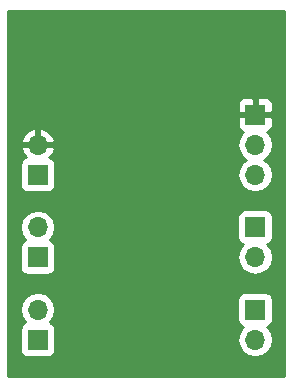
<source format=gbl>
G04 #@! TF.FileFunction,Copper,L2,Bot,Signal*
%FSLAX46Y46*%
G04 Gerber Fmt 4.6, Leading zero omitted, Abs format (unit mm)*
G04 Created by KiCad (PCBNEW 4.0.7) date 03/06/18 20:44:10*
%MOMM*%
%LPD*%
G01*
G04 APERTURE LIST*
%ADD10C,0.020000*%
%ADD11R,1.700000X1.700000*%
%ADD12O,1.700000X1.700000*%
%ADD13C,0.254000*%
G04 APERTURE END LIST*
D10*
D11*
X128270000Y-114935000D03*
D12*
X128270000Y-112395000D03*
D11*
X128270000Y-121920000D03*
D12*
X128270000Y-119380000D03*
D11*
X146685000Y-112395000D03*
D12*
X146685000Y-114935000D03*
D11*
X146685000Y-119380000D03*
D12*
X146685000Y-121920000D03*
D11*
X128270000Y-107950000D03*
D12*
X128270000Y-105410000D03*
D11*
X146685000Y-102870000D03*
D12*
X146685000Y-105410000D03*
X146685000Y-107950000D03*
D13*
G36*
X149150000Y-125020000D02*
X125805000Y-125020000D01*
X125805000Y-119380000D01*
X126755907Y-119380000D01*
X126868946Y-119948285D01*
X127190853Y-120430054D01*
X127232452Y-120457850D01*
X127184683Y-120466838D01*
X126968559Y-120605910D01*
X126823569Y-120818110D01*
X126772560Y-121070000D01*
X126772560Y-122770000D01*
X126816838Y-123005317D01*
X126955910Y-123221441D01*
X127168110Y-123366431D01*
X127420000Y-123417440D01*
X129120000Y-123417440D01*
X129355317Y-123373162D01*
X129571441Y-123234090D01*
X129716431Y-123021890D01*
X129767440Y-122770000D01*
X129767440Y-121920000D01*
X145170907Y-121920000D01*
X145283946Y-122488285D01*
X145605853Y-122970054D01*
X146087622Y-123291961D01*
X146655907Y-123405000D01*
X146714093Y-123405000D01*
X147282378Y-123291961D01*
X147764147Y-122970054D01*
X148086054Y-122488285D01*
X148199093Y-121920000D01*
X148086054Y-121351715D01*
X147764147Y-120869946D01*
X147722548Y-120842150D01*
X147770317Y-120833162D01*
X147986441Y-120694090D01*
X148131431Y-120481890D01*
X148182440Y-120230000D01*
X148182440Y-118530000D01*
X148138162Y-118294683D01*
X147999090Y-118078559D01*
X147786890Y-117933569D01*
X147535000Y-117882560D01*
X145835000Y-117882560D01*
X145599683Y-117926838D01*
X145383559Y-118065910D01*
X145238569Y-118278110D01*
X145187560Y-118530000D01*
X145187560Y-120230000D01*
X145231838Y-120465317D01*
X145370910Y-120681441D01*
X145583110Y-120826431D01*
X145650541Y-120840086D01*
X145605853Y-120869946D01*
X145283946Y-121351715D01*
X145170907Y-121920000D01*
X129767440Y-121920000D01*
X129767440Y-121070000D01*
X129723162Y-120834683D01*
X129584090Y-120618559D01*
X129371890Y-120473569D01*
X129304459Y-120459914D01*
X129349147Y-120430054D01*
X129671054Y-119948285D01*
X129784093Y-119380000D01*
X129671054Y-118811715D01*
X129349147Y-118329946D01*
X128867378Y-118008039D01*
X128299093Y-117895000D01*
X128240907Y-117895000D01*
X127672622Y-118008039D01*
X127190853Y-118329946D01*
X126868946Y-118811715D01*
X126755907Y-119380000D01*
X125805000Y-119380000D01*
X125805000Y-112395000D01*
X126755907Y-112395000D01*
X126868946Y-112963285D01*
X127190853Y-113445054D01*
X127232452Y-113472850D01*
X127184683Y-113481838D01*
X126968559Y-113620910D01*
X126823569Y-113833110D01*
X126772560Y-114085000D01*
X126772560Y-115785000D01*
X126816838Y-116020317D01*
X126955910Y-116236441D01*
X127168110Y-116381431D01*
X127420000Y-116432440D01*
X129120000Y-116432440D01*
X129355317Y-116388162D01*
X129571441Y-116249090D01*
X129716431Y-116036890D01*
X129767440Y-115785000D01*
X129767440Y-114935000D01*
X145170907Y-114935000D01*
X145283946Y-115503285D01*
X145605853Y-115985054D01*
X146087622Y-116306961D01*
X146655907Y-116420000D01*
X146714093Y-116420000D01*
X147282378Y-116306961D01*
X147764147Y-115985054D01*
X148086054Y-115503285D01*
X148199093Y-114935000D01*
X148086054Y-114366715D01*
X147764147Y-113884946D01*
X147722548Y-113857150D01*
X147770317Y-113848162D01*
X147986441Y-113709090D01*
X148131431Y-113496890D01*
X148182440Y-113245000D01*
X148182440Y-111545000D01*
X148138162Y-111309683D01*
X147999090Y-111093559D01*
X147786890Y-110948569D01*
X147535000Y-110897560D01*
X145835000Y-110897560D01*
X145599683Y-110941838D01*
X145383559Y-111080910D01*
X145238569Y-111293110D01*
X145187560Y-111545000D01*
X145187560Y-113245000D01*
X145231838Y-113480317D01*
X145370910Y-113696441D01*
X145583110Y-113841431D01*
X145650541Y-113855086D01*
X145605853Y-113884946D01*
X145283946Y-114366715D01*
X145170907Y-114935000D01*
X129767440Y-114935000D01*
X129767440Y-114085000D01*
X129723162Y-113849683D01*
X129584090Y-113633559D01*
X129371890Y-113488569D01*
X129304459Y-113474914D01*
X129349147Y-113445054D01*
X129671054Y-112963285D01*
X129784093Y-112395000D01*
X129671054Y-111826715D01*
X129349147Y-111344946D01*
X128867378Y-111023039D01*
X128299093Y-110910000D01*
X128240907Y-110910000D01*
X127672622Y-111023039D01*
X127190853Y-111344946D01*
X126868946Y-111826715D01*
X126755907Y-112395000D01*
X125805000Y-112395000D01*
X125805000Y-107100000D01*
X126772560Y-107100000D01*
X126772560Y-108800000D01*
X126816838Y-109035317D01*
X126955910Y-109251441D01*
X127168110Y-109396431D01*
X127420000Y-109447440D01*
X129120000Y-109447440D01*
X129355317Y-109403162D01*
X129571441Y-109264090D01*
X129716431Y-109051890D01*
X129767440Y-108800000D01*
X129767440Y-107100000D01*
X129723162Y-106864683D01*
X129584090Y-106648559D01*
X129371890Y-106503569D01*
X129263893Y-106481699D01*
X129541645Y-106176924D01*
X129711476Y-105766890D01*
X129590155Y-105537000D01*
X128397000Y-105537000D01*
X128397000Y-105557000D01*
X128143000Y-105557000D01*
X128143000Y-105537000D01*
X126949845Y-105537000D01*
X126828524Y-105766890D01*
X126998355Y-106176924D01*
X127274501Y-106479937D01*
X127184683Y-106496838D01*
X126968559Y-106635910D01*
X126823569Y-106848110D01*
X126772560Y-107100000D01*
X125805000Y-107100000D01*
X125805000Y-105410000D01*
X145170907Y-105410000D01*
X145283946Y-105978285D01*
X145605853Y-106460054D01*
X145935026Y-106680000D01*
X145605853Y-106899946D01*
X145283946Y-107381715D01*
X145170907Y-107950000D01*
X145283946Y-108518285D01*
X145605853Y-109000054D01*
X146087622Y-109321961D01*
X146655907Y-109435000D01*
X146714093Y-109435000D01*
X147282378Y-109321961D01*
X147764147Y-109000054D01*
X148086054Y-108518285D01*
X148199093Y-107950000D01*
X148086054Y-107381715D01*
X147764147Y-106899946D01*
X147434974Y-106680000D01*
X147764147Y-106460054D01*
X148086054Y-105978285D01*
X148199093Y-105410000D01*
X148086054Y-104841715D01*
X147764147Y-104359946D01*
X147720223Y-104330597D01*
X147894698Y-104258327D01*
X148073327Y-104079699D01*
X148170000Y-103846310D01*
X148170000Y-103155750D01*
X148011250Y-102997000D01*
X146812000Y-102997000D01*
X146812000Y-103017000D01*
X146558000Y-103017000D01*
X146558000Y-102997000D01*
X145358750Y-102997000D01*
X145200000Y-103155750D01*
X145200000Y-103846310D01*
X145296673Y-104079699D01*
X145475302Y-104258327D01*
X145649777Y-104330597D01*
X145605853Y-104359946D01*
X145283946Y-104841715D01*
X145170907Y-105410000D01*
X125805000Y-105410000D01*
X125805000Y-105053110D01*
X126828524Y-105053110D01*
X126949845Y-105283000D01*
X128143000Y-105283000D01*
X128143000Y-104089181D01*
X128397000Y-104089181D01*
X128397000Y-105283000D01*
X129590155Y-105283000D01*
X129711476Y-105053110D01*
X129541645Y-104643076D01*
X129151358Y-104214817D01*
X128626892Y-103968514D01*
X128397000Y-104089181D01*
X128143000Y-104089181D01*
X127913108Y-103968514D01*
X127388642Y-104214817D01*
X126998355Y-104643076D01*
X126828524Y-105053110D01*
X125805000Y-105053110D01*
X125805000Y-101893690D01*
X145200000Y-101893690D01*
X145200000Y-102584250D01*
X145358750Y-102743000D01*
X146558000Y-102743000D01*
X146558000Y-101543750D01*
X146812000Y-101543750D01*
X146812000Y-102743000D01*
X148011250Y-102743000D01*
X148170000Y-102584250D01*
X148170000Y-101893690D01*
X148073327Y-101660301D01*
X147894698Y-101481673D01*
X147661309Y-101385000D01*
X146970750Y-101385000D01*
X146812000Y-101543750D01*
X146558000Y-101543750D01*
X146399250Y-101385000D01*
X145708691Y-101385000D01*
X145475302Y-101481673D01*
X145296673Y-101660301D01*
X145200000Y-101893690D01*
X125805000Y-101893690D01*
X125805000Y-94055000D01*
X149150000Y-94055000D01*
X149150000Y-125020000D01*
X149150000Y-125020000D01*
G37*
X149150000Y-125020000D02*
X125805000Y-125020000D01*
X125805000Y-119380000D01*
X126755907Y-119380000D01*
X126868946Y-119948285D01*
X127190853Y-120430054D01*
X127232452Y-120457850D01*
X127184683Y-120466838D01*
X126968559Y-120605910D01*
X126823569Y-120818110D01*
X126772560Y-121070000D01*
X126772560Y-122770000D01*
X126816838Y-123005317D01*
X126955910Y-123221441D01*
X127168110Y-123366431D01*
X127420000Y-123417440D01*
X129120000Y-123417440D01*
X129355317Y-123373162D01*
X129571441Y-123234090D01*
X129716431Y-123021890D01*
X129767440Y-122770000D01*
X129767440Y-121920000D01*
X145170907Y-121920000D01*
X145283946Y-122488285D01*
X145605853Y-122970054D01*
X146087622Y-123291961D01*
X146655907Y-123405000D01*
X146714093Y-123405000D01*
X147282378Y-123291961D01*
X147764147Y-122970054D01*
X148086054Y-122488285D01*
X148199093Y-121920000D01*
X148086054Y-121351715D01*
X147764147Y-120869946D01*
X147722548Y-120842150D01*
X147770317Y-120833162D01*
X147986441Y-120694090D01*
X148131431Y-120481890D01*
X148182440Y-120230000D01*
X148182440Y-118530000D01*
X148138162Y-118294683D01*
X147999090Y-118078559D01*
X147786890Y-117933569D01*
X147535000Y-117882560D01*
X145835000Y-117882560D01*
X145599683Y-117926838D01*
X145383559Y-118065910D01*
X145238569Y-118278110D01*
X145187560Y-118530000D01*
X145187560Y-120230000D01*
X145231838Y-120465317D01*
X145370910Y-120681441D01*
X145583110Y-120826431D01*
X145650541Y-120840086D01*
X145605853Y-120869946D01*
X145283946Y-121351715D01*
X145170907Y-121920000D01*
X129767440Y-121920000D01*
X129767440Y-121070000D01*
X129723162Y-120834683D01*
X129584090Y-120618559D01*
X129371890Y-120473569D01*
X129304459Y-120459914D01*
X129349147Y-120430054D01*
X129671054Y-119948285D01*
X129784093Y-119380000D01*
X129671054Y-118811715D01*
X129349147Y-118329946D01*
X128867378Y-118008039D01*
X128299093Y-117895000D01*
X128240907Y-117895000D01*
X127672622Y-118008039D01*
X127190853Y-118329946D01*
X126868946Y-118811715D01*
X126755907Y-119380000D01*
X125805000Y-119380000D01*
X125805000Y-112395000D01*
X126755907Y-112395000D01*
X126868946Y-112963285D01*
X127190853Y-113445054D01*
X127232452Y-113472850D01*
X127184683Y-113481838D01*
X126968559Y-113620910D01*
X126823569Y-113833110D01*
X126772560Y-114085000D01*
X126772560Y-115785000D01*
X126816838Y-116020317D01*
X126955910Y-116236441D01*
X127168110Y-116381431D01*
X127420000Y-116432440D01*
X129120000Y-116432440D01*
X129355317Y-116388162D01*
X129571441Y-116249090D01*
X129716431Y-116036890D01*
X129767440Y-115785000D01*
X129767440Y-114935000D01*
X145170907Y-114935000D01*
X145283946Y-115503285D01*
X145605853Y-115985054D01*
X146087622Y-116306961D01*
X146655907Y-116420000D01*
X146714093Y-116420000D01*
X147282378Y-116306961D01*
X147764147Y-115985054D01*
X148086054Y-115503285D01*
X148199093Y-114935000D01*
X148086054Y-114366715D01*
X147764147Y-113884946D01*
X147722548Y-113857150D01*
X147770317Y-113848162D01*
X147986441Y-113709090D01*
X148131431Y-113496890D01*
X148182440Y-113245000D01*
X148182440Y-111545000D01*
X148138162Y-111309683D01*
X147999090Y-111093559D01*
X147786890Y-110948569D01*
X147535000Y-110897560D01*
X145835000Y-110897560D01*
X145599683Y-110941838D01*
X145383559Y-111080910D01*
X145238569Y-111293110D01*
X145187560Y-111545000D01*
X145187560Y-113245000D01*
X145231838Y-113480317D01*
X145370910Y-113696441D01*
X145583110Y-113841431D01*
X145650541Y-113855086D01*
X145605853Y-113884946D01*
X145283946Y-114366715D01*
X145170907Y-114935000D01*
X129767440Y-114935000D01*
X129767440Y-114085000D01*
X129723162Y-113849683D01*
X129584090Y-113633559D01*
X129371890Y-113488569D01*
X129304459Y-113474914D01*
X129349147Y-113445054D01*
X129671054Y-112963285D01*
X129784093Y-112395000D01*
X129671054Y-111826715D01*
X129349147Y-111344946D01*
X128867378Y-111023039D01*
X128299093Y-110910000D01*
X128240907Y-110910000D01*
X127672622Y-111023039D01*
X127190853Y-111344946D01*
X126868946Y-111826715D01*
X126755907Y-112395000D01*
X125805000Y-112395000D01*
X125805000Y-107100000D01*
X126772560Y-107100000D01*
X126772560Y-108800000D01*
X126816838Y-109035317D01*
X126955910Y-109251441D01*
X127168110Y-109396431D01*
X127420000Y-109447440D01*
X129120000Y-109447440D01*
X129355317Y-109403162D01*
X129571441Y-109264090D01*
X129716431Y-109051890D01*
X129767440Y-108800000D01*
X129767440Y-107100000D01*
X129723162Y-106864683D01*
X129584090Y-106648559D01*
X129371890Y-106503569D01*
X129263893Y-106481699D01*
X129541645Y-106176924D01*
X129711476Y-105766890D01*
X129590155Y-105537000D01*
X128397000Y-105537000D01*
X128397000Y-105557000D01*
X128143000Y-105557000D01*
X128143000Y-105537000D01*
X126949845Y-105537000D01*
X126828524Y-105766890D01*
X126998355Y-106176924D01*
X127274501Y-106479937D01*
X127184683Y-106496838D01*
X126968559Y-106635910D01*
X126823569Y-106848110D01*
X126772560Y-107100000D01*
X125805000Y-107100000D01*
X125805000Y-105410000D01*
X145170907Y-105410000D01*
X145283946Y-105978285D01*
X145605853Y-106460054D01*
X145935026Y-106680000D01*
X145605853Y-106899946D01*
X145283946Y-107381715D01*
X145170907Y-107950000D01*
X145283946Y-108518285D01*
X145605853Y-109000054D01*
X146087622Y-109321961D01*
X146655907Y-109435000D01*
X146714093Y-109435000D01*
X147282378Y-109321961D01*
X147764147Y-109000054D01*
X148086054Y-108518285D01*
X148199093Y-107950000D01*
X148086054Y-107381715D01*
X147764147Y-106899946D01*
X147434974Y-106680000D01*
X147764147Y-106460054D01*
X148086054Y-105978285D01*
X148199093Y-105410000D01*
X148086054Y-104841715D01*
X147764147Y-104359946D01*
X147720223Y-104330597D01*
X147894698Y-104258327D01*
X148073327Y-104079699D01*
X148170000Y-103846310D01*
X148170000Y-103155750D01*
X148011250Y-102997000D01*
X146812000Y-102997000D01*
X146812000Y-103017000D01*
X146558000Y-103017000D01*
X146558000Y-102997000D01*
X145358750Y-102997000D01*
X145200000Y-103155750D01*
X145200000Y-103846310D01*
X145296673Y-104079699D01*
X145475302Y-104258327D01*
X145649777Y-104330597D01*
X145605853Y-104359946D01*
X145283946Y-104841715D01*
X145170907Y-105410000D01*
X125805000Y-105410000D01*
X125805000Y-105053110D01*
X126828524Y-105053110D01*
X126949845Y-105283000D01*
X128143000Y-105283000D01*
X128143000Y-104089181D01*
X128397000Y-104089181D01*
X128397000Y-105283000D01*
X129590155Y-105283000D01*
X129711476Y-105053110D01*
X129541645Y-104643076D01*
X129151358Y-104214817D01*
X128626892Y-103968514D01*
X128397000Y-104089181D01*
X128143000Y-104089181D01*
X127913108Y-103968514D01*
X127388642Y-104214817D01*
X126998355Y-104643076D01*
X126828524Y-105053110D01*
X125805000Y-105053110D01*
X125805000Y-101893690D01*
X145200000Y-101893690D01*
X145200000Y-102584250D01*
X145358750Y-102743000D01*
X146558000Y-102743000D01*
X146558000Y-101543750D01*
X146812000Y-101543750D01*
X146812000Y-102743000D01*
X148011250Y-102743000D01*
X148170000Y-102584250D01*
X148170000Y-101893690D01*
X148073327Y-101660301D01*
X147894698Y-101481673D01*
X147661309Y-101385000D01*
X146970750Y-101385000D01*
X146812000Y-101543750D01*
X146558000Y-101543750D01*
X146399250Y-101385000D01*
X145708691Y-101385000D01*
X145475302Y-101481673D01*
X145296673Y-101660301D01*
X145200000Y-101893690D01*
X125805000Y-101893690D01*
X125805000Y-94055000D01*
X149150000Y-94055000D01*
X149150000Y-125020000D01*
M02*

</source>
